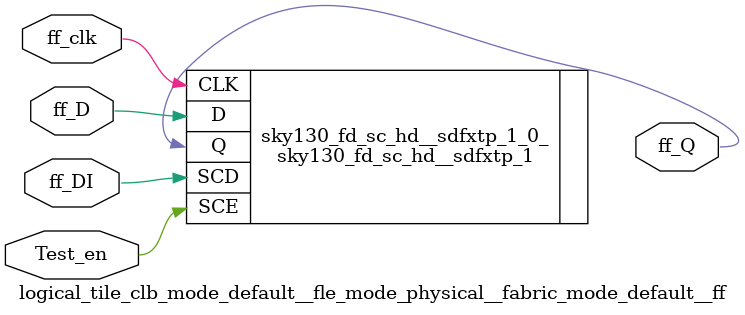
<source format=v>
`timescale 1ns / 1ps

`default_nettype none

// ----- Verilog module for logical_tile_clb_mode_default__fle_mode_physical__fabric_mode_default__ff -----
module logical_tile_clb_mode_default__fle_mode_physical__fabric_mode_default__ff(Test_en,
                                                                                 ff_D,
                                                                                 ff_DI,
                                                                                 ff_Q,
                                                                                 ff_clk);
//----- GLOBAL PORTS -----
input [0:0] Test_en;
//----- INPUT PORTS -----
input [0:0] ff_D;
//----- INPUT PORTS -----
input [0:0] ff_DI;
//----- OUTPUT PORTS -----
output [0:0] ff_Q;
//----- CLOCK PORTS -----
input [0:0] ff_clk;

//----- BEGIN wire-connection ports -----
wire [0:0] ff_D;
wire [0:0] ff_DI;
wire [0:0] ff_Q;
wire [0:0] ff_clk;
//----- END wire-connection ports -----


//----- BEGIN Registered ports -----
//----- END Registered ports -----



// ----- BEGIN Local short connections -----
// ----- END Local short connections -----
// ----- BEGIN Local output short connections -----
// ----- END Local output short connections -----

	sky130_fd_sc_hd__sdfxtp_1 sky130_fd_sc_hd__sdfxtp_1_0_ (
		.SCE(Test_en),
		.D(ff_D),
		.SCD(ff_DI),
		.CLK(ff_clk),
		.Q(ff_Q));

endmodule
// ----- END Verilog module for logical_tile_clb_mode_default__fle_mode_physical__fabric_mode_default__ff -----

//----- Default net type -----
`default_nettype none




</source>
